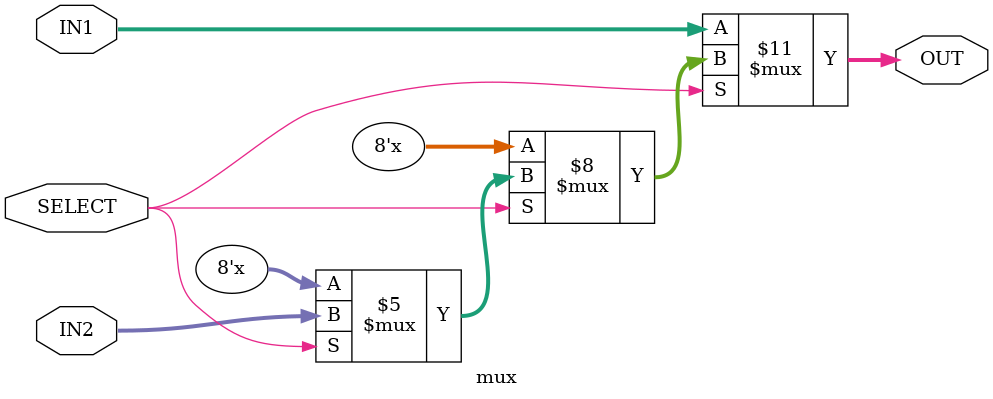
<source format=v>
/*
    * CO224 - Computer Architecture
    * Lab 05 - Part 5
    * Multiplexer unit
    * Group 09 (E/20/148, E/20/157)
    * 2024-05-15
    * Version 1.0
*/

module mux(IN1, IN2, SELECT, OUT);
    // Input-output Declaration
    input[7:0] IN1, IN2;
    input SELECT;

    output reg[7:0] OUT;

    // Operation
    always @ (IN1, IN2, SELECT)
    begin
      if(SELECT == 0) begin
        OUT = IN1;
      end

      else if(SELECT == 1) begin
        OUT = IN2;
      end

     //$display("IN1: %b \t IN2: %b \t S: %b \t OUT: %b", IN1, IN2, SELECT, OUT);
    end

endmodule
</source>
